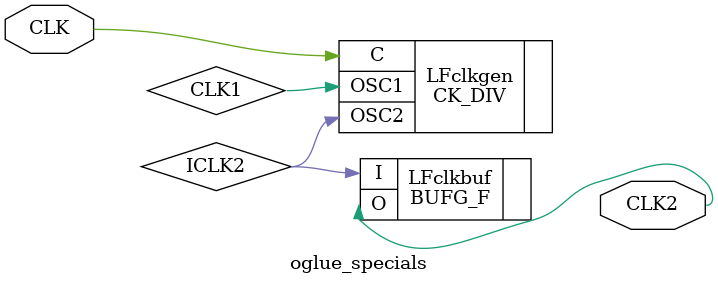
<source format=v>
/*************************************************************************/
/*                OGLULE_SPECIALS                                        */
/* special functions that need to be instantiated in SYNOPSIS but        */
/* should be omitted from the verilog used for simulation                */
/*                                                                       */
/*                                                                       */
/*************************************************************************/
module oglue_specials (CLK, CLK2);
   input       CLK;
   output      CLK2;
/* wire        ICLK2;
   wire        CLK1;  */
   
/* CLK2 is obtained by CLK dividing the frequency by a factor 8 
   the DIVIDE_BY factor attribute is set on the ck_div.xnf saved in the
   projetc area where XMAKE usually runs as described in the XSI
   release document at page 5-4 */

   CK_DIV  LFclkgen  (.C(CLK), .OSC1(CLK1), .OSC2(ICLK2));
   BUFG_F  LFclkbuf  (.O(CLK2), .I(ICLK2) ); 

 BSCAN boundary_scan ( .TDO(tdo),
		.DRCK(drck),
		.IDLE(idle),
		.SEL1(sel1),
		.SEL2(sel2),
		.TDI(tdi),
		.TMS(tms),
		.TCK(tck),
		.TDO1(tdo1),
  		.TDO2(tdo2)  );

 OBUF bdatao   (.O(otdo), .I(tdo));
 TDO  datao    (.O(otdo));
 IBUF bdatai   (.O(tdi), .I(itdi));
 TDI datai     (.I(itdi));
 IBUF bclocki  (.O(tck), .I(itck));
 TCK clocki    (.I(itck));
 IBUF bmode_sel(.O(tms), .I(itms)); 
 TMS mode_sel(.I(itms));
 
endmodule

</source>
